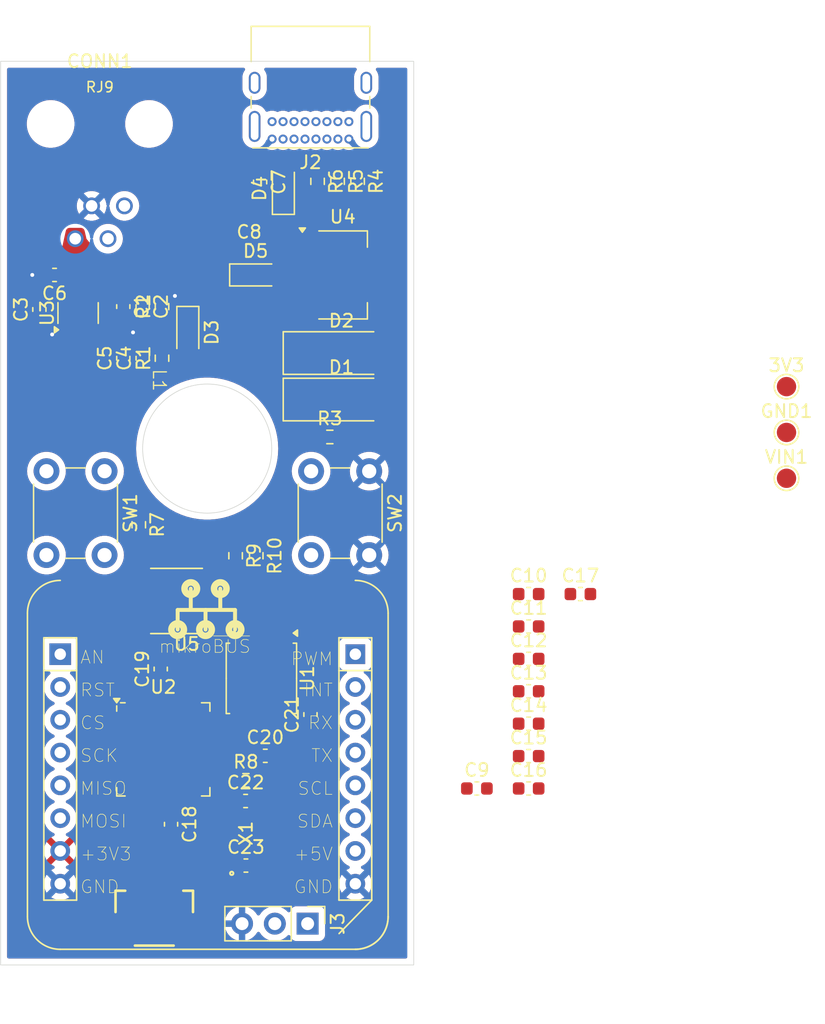
<source format=kicad_pcb>
(kicad_pcb (version 20240108) (generator "pcbnew") (generator_version "8.0")
  (layers (0 "F.Cu" signal) (31 "B.Cu" signal) (34 "B.Paste" user) (35 "F.Paste" user) (36 "B.SilkS" user "B.Silkscreen") (37 "F.SilkS" user "F.Silkscreen") (38 "B.Mask" user) (39 "F.Mask" user) (44 "Edge.Cuts" user))
  (net 0 "")
  (net 1 "Net-(D5-A)")
  (net 2 "GND")
  (net 3 "+12V")
  (net 4 "Net-(D4-A)")
  (net 5 "/RJ9_DB")
  (net 6 "/RJ9_DA")
  (net 7 "+5V")
  (net 8 "Net-(D3-A)")
  (net 9 "+3.3V")
  (net 10 "/USB_D+")
  (net 11 "Net-(J2-CC1)")
  (net 13 "/USB_D-")
  (net 14 "Net-(J2-CC2)")
  (net 15 "Net-(J2-SHIELD)")
  (net 17 "Net-(U1-IO3)")
  (net 18 "/QSPI_SCLK")
  (net 19 "Net-(U1-IO2)")
  (net 20 "Net-(U1-~{CS})")
  (net 21 "Net-(U1-DI(IO0))")
  (net 22 "Net-(U1-DO(IO1))")
  (net 23 "/MKBUS_SDA")
  (net 25 "/MKBUS_PWM")
  (net 26 "/RS485_TX")
  (net 28 "Net-(J3-Pin_2)")
  (net 29 "Net-(U2-VREG_VOUT)")
  (net 30 "/MKBUS_RST")
  (net 31 "/MKBUS_AN")
  (net 33 "/QWIIC_SDA")
  (net 34 "Net-(U2-XIN)")
  (net 37 "/MKBUS_SCL")
  (net 38 "/RS485_RX")
  (net 39 "Net-(U2-QSPI_SS)")
  (net 40 "Net-(U2-XOUT)")
  (net 42 "Net-(U2-USB_DM)")
  (net 45 "Net-(U2-USB_DP)")
  (net 48 "/MKBUS_MISO")
  (net 49 "/MKBUS_SCK")
  (net 50 "/MKBUS_CS")
  (net 51 "/QWIIC_SCL")
  (net 54 "/MKBUS_INT")
  (net 55 "/MKBUS_MOSI")
  (net 60 "/MKBUS_TX")
  (net 61 "/MKBUS_RX")
  (net 62 "Net-(U2-RUN)")
  (net 63 "Net-(U3-VBST)")
  (net 64 "Net-(U3-VFB)")
  (net 65 "Net-(U3-SW)")
  (net 66 "Net-(C22-Pad2)")
  (net 69 "Net-(R7-Pad1)")
  (net 70 "/RS485_MODE")
  (footprint "Capacitor_SMD:C_0603_1608Metric" (layer "F.Cu") (at 174.4 93.78)
    (property "Reference" "C11" (at 0 -1.43 0) (layer "F.SilkS"))
    (property "Value" "100nF")
    (pad "1" smd roundrect (at -0.775 0) (size 0.9 0.95) (layers "F.Cu" "F.Paste" "F.Mask") (net 9 "+3.3V"))
    (pad "2" smd roundrect (at 0.775 0) (size 0.9 0.95) (layers "F.Cu" "F.Paste" "F.Mask") (net 2 "GND"))
  )
  (footprint "Package_TO_SOT_SMD:SOT-223-3_TabPin2" (layer "F.Cu") (at 160 66.55)
    (property "Reference" "U4" (at 0 -4.5 360) (layer "F.SilkS"))
    (property "Value" "NCP1117-3.3_SOT223")
    (pad "1" smd roundrect (at -3.15 -2.3) (size 2 1.5) (layers "F.Cu" "F.Paste" "F.Mask") (net 2 "GND"))
    (pad "2" smd roundrect (at -3.15 0) (size 2 1.5) (layers "F.Cu" "F.Paste" "F.Mask") (net 1 "Net-(D5-A)"))
    (pad "2" smd roundrect (at 3.15 0) (size 2 3.8) (layers "F.Cu" "F.Paste" "F.Mask") (net 1 "Net-(D5-A)"))
    (pad "3" smd roundrect (at -3.15 2.3) (size 2 1.5) (layers "F.Cu" "F.Paste" "F.Mask") (net 7 "+5V"))
  )
  (footprint "pcb:RJ9_Jack" (layer "F.Cu") (at 141.182314 56.000455 180)
    (property "Reference" "CONN1" (at 0 6 0) (layer "F.SilkS"))
    (property "Value" "RJ9" (at 0 4 0) (layer "F.SilkS") (effects (font (size 0.8 0.8) (thickness 0.12))))
    (pad "" np_thru_hole circle (at -3.81 1.15) (size 3.2 3.2) (drill 3.2) (layers "*.Cu" "*.Mask"))
    (pad "" np_thru_hole circle (at 3.81 1.15) (size 3.2 3.2) (drill 3.2) (layers "*.Cu" "*.Mask"))
    (pad "1" thru_hole circle (at -1.905 -5.2) (size 1.3 1.3) (drill 0.9) (layers "*.Cu" "*.Mask") (net 6 "/RJ9_DA"))
    (pad "2" thru_hole circle (at -0.635 -7.74) (size 1.3 1.3) (drill 0.9) (layers "*.Cu" "*.Mask") (net 5 "/RJ9_DB"))
    (pad "3" thru_hole circle (at 0.635 -5.2) (size 1.3 1.3) (drill 0.9) (layers "*.Cu" "*.Mask") (net 2 "GND"))
    (pad "4" thru_hole circle (at 1.905 -7.74) (size 1.3 1.3) (drill 0.9) (layers "*.Cu" "*.Mask") (net 3 "+12V"))
  )
  (footprint "Capacitor_SMD:C_0603_1608Metric" (layer "F.Cu") (at 152.5 112.300001)
    (property "Reference" "C23" (at 0 -1.43 0) (layer "F.SilkS"))
    (property "Value" "15pF")
    (pad "1" smd roundrect (at -0.775 0) (size 0.9 0.95) (layers "F.Cu" "F.Paste" "F.Mask") (net 34 "Net-(U2-XIN)"))
    (pad "2" smd roundrect (at 0.775 0) (size 0.9 0.95) (layers "F.Cu" "F.Paste" "F.Mask") (net 2 "GND"))
  )
  (footprint "Capacitor_SMD:C_0603_1608Metric" (layer "F.Cu") (at 174.4 96.29)
    (property "Reference" "C12" (at 0 -1.43 0) (layer "F.SilkS"))
    (property "Value" "100nF")
    (pad "1" smd roundrect (at -0.775 0) (size 0.9 0.95) (layers "F.Cu" "F.Paste" "F.Mask") (net 9 "+3.3V"))
    (pad "2" smd roundrect (at 0.775 0) (size 0.9 0.95) (layers "F.Cu" "F.Paste" "F.Mask") (net 2 "GND"))
  )
  (footprint "TestPoint:TestPoint_Pad_D1.5mm" (layer "F.Cu") (at 194.375 78.75)
    (property "Reference" "GND1" (at 0 -1.648 0) (layer "F.SilkS"))
    (property "Value" "TP_GND")
    (pad "1" smd circle (at 0 0) (size 1.5 1.5) (layers "F.Cu" "F.Mask") (net 2 "GND"))
  )
  (footprint "Diode_SMD:D_SOD-323_HandSoldering" (layer "F.Cu") (at 155.4 59.85 90)
    (property "Reference" "D4" (at 0 -1.85 90) (layer "F.SilkS"))
    (property "Value" "D_Schottky")
    (pad "1" smd roundrect (at -1.25 0 90) (size 1 1) (layers "F.Cu" "F.Paste" "F.Mask") (net 7 "+5V"))
    (pad "2" smd roundrect (at 1.25 0 90) (size 1 1) (layers "F.Cu" "F.Paste" "F.Mask") (net 4 "Net-(D4-A)"))
  )
  (footprint "Capacitor_SMD:C_0603_1608Metric" (layer "F.Cu") (at 144.5 73 90)
    (property "Reference" "C4" (at 0 -1.43 90) (layer "F.SilkS"))
    (property "Value" "22uF")
    (pad "1" smd roundrect (at -0.775 0 90) (size 0.9 0.95) (layers "F.Cu" "F.Paste" "F.Mask") (net 8 "Net-(D3-A)"))
    (pad "2" smd roundrect (at 0.775 0 90) (size 0.9 0.95) (layers "F.Cu" "F.Paste" "F.Mask") (net 2 "GND"))
  )
  (footprint "Capacitor_SMD:C_0603_1608Metric" (layer "F.Cu") (at 146.7 109.1 -90)
    (property "Reference" "C18" (at 0 -1.43 90) (layer "F.SilkS"))
    (property "Value" "100nF")
    (pad "1" smd roundrect (at -0.775 0 270) (size 0.9 0.95) (layers "F.Cu" "F.Paste" "F.Mask") (net 29 "Net-(U2-VREG_VOUT)"))
    (pad "2" smd roundrect (at 0.775 0 270) (size 0.9 0.95) (layers "F.Cu" "F.Paste" "F.Mask") (net 2 "GND"))
  )
  (footprint "Capacitor_SMD:C_0603_1608Metric" (layer "F.Cu") (at 154 103.8)
    (property "Reference" "C20" (at 0 -1.43 0) (layer "F.SilkS"))
    (property "Value" "1uF")
    (pad "1" smd roundrect (at -0.775 0) (size 0.9 0.95) (layers "F.Cu" "F.Paste" "F.Mask") (net 29 "Net-(U2-VREG_VOUT)"))
    (pad "2" smd roundrect (at 0.775 0) (size 0.9 0.95) (layers "F.Cu" "F.Paste" "F.Mask") (net 2 "GND"))
  )
  (footprint "Package_TO_SOT_SMD:SOT-23-6" (layer "F.Cu") (at 139.5 69.5 90)
    (property "Reference" "U3" (at 0 -2.4 90) (layer "F.SilkS"))
    (property "Value" "TPS563200")
    (pad "1" smd roundrect (at -1.1375 -0.95 90) (size 1.325 0.6) (layers "F.Cu" "F.Paste" "F.Mask") (net 2 "GND"))
    (pad "2" smd roundrect (at -1.1375 0 90) (size 1.325 0.6) (layers "F.Cu" "F.Paste" "F.Mask") (net 65 "Net-(U3-SW)"))
    (pad "3" smd roundrect (at -1.1375 0.95 90) (size 1.325 0.6) (layers "F.Cu" "F.Paste" "F.Mask") (net 3 "+12V"))
    (pad "4" smd roundrect (at 1.1375 0.95 90) (size 1.325 0.6) (layers "F.Cu" "F.Paste" "F.Mask") (net 64 "Net-(U3-VFB)"))
    (pad "5" smd roundrect (at 1.1375 0 90) (size 1.325 0.6) (layers "F.Cu" "F.Paste" "F.Mask") (net 3 "+12V"))
    (pad "6" smd roundrect (at 1.1375 -0.95 90) (size 1.325 0.6) (layers "F.Cu" "F.Paste" "F.Mask") (net 63 "Net-(U3-VBST)"))
  )
  (footprint "Resistor_SMD:R_0603_1608Metric" (layer "F.Cu") (at 153.3 88.3 -90)
    (property "Reference" "R10" (at 0 -1.43 90) (layer "F.SilkS"))
    (property "Value" "27.4")
    (pad "1" smd roundrect (at -0.825 0 270) (size 0.8 0.95) (layers "F.Cu" "F.Paste" "F.Mask") (net 13 "/USB_D-"))
    (pad "2" smd roundrect (at 0.825 0 270) (size 0.8 0.95) (layers "F.Cu" "F.Paste" "F.Mask") (net 42 "Net-(U2-USB_DM)"))
  )
  (footprint "mikroBUS:MIKROBUS_HOST_CONN" (layer "F.Cu") (at 138.115578 95.9275)
    (property "Reference" "CON1" (hide yes))
    (property "Value" "MIKROBUS_HOST_CONN" (hide yes))
    (fp_text user "TX" (at 20.283248 7.855 0) (layer "F.SilkS") (effects (font (thickness 0.05))))
    (fp_text user "SCK" (at 3.01619 7.855 0) (layer "F.SilkS") (effects (font (thickness 0.05))))
    (fp_text user "+5V" (at 19.616581 15.475 0) (layer "F.SilkS") (effects (font (thickness 0.05))))
    (fp_text user "RX" (at 20.1642 5.315 0) (layer "F.SilkS") (effects (font (thickness 0.05))))
    (fp_text user "SCL" (at 19.759438 10.395 0) (layer "F.SilkS") (effects (font (thickness 0.05))))
    (fp_text user "+3V3" (at 3.54 15.475 0) (layer "F.SilkS") (effects (font (thickness 0.05))))
    (fp_text user "MISO" (at 3.349524 10.395 0) (layer "F.SilkS") (effects (font (thickness 0.05))))
    (fp_text user "GND" (at 19.616581 18.015 0) (layer "F.SilkS") (effects (font (thickness 0.05))))
    (fp_text user "AN" (at 2.492381 0.235 0) (layer "F.SilkS") (effects (font (thickness 0.05))))
    (fp_text user "PWM" (at 19.497534 0.362 0) (layer "F.SilkS") (effects (font (thickness 0.05))))
    (fp_text user "RST" (at 2.897143 2.775 0) (layer "F.SilkS") (effects (font (thickness 0.05))))
    (fp_text user "MOSI" (at 3.349524 12.935 0) (layer "F.SilkS") (effects (font (thickness 0.05))))
    (fp_text user "INT" (at 19.997534 2.775 0) (layer "F.SilkS") (effects (font (thickness 0.05))))
    (fp_text user "mikro~{BUS}" (at 11.2 -0.6 0) (layer "F.SilkS") (effects (font (thickness 0.05))))
    (fp_text user "GND" (at 3.063809 18.015 0) (layer "F.SilkS") (effects (font (thickness 0.05))))
    (fp_text user "CS" (at 2.51619 5.315 0) (layer "F.SilkS") (effects (font (thickness 0.05))))
    (fp_text user "SDA" (at 19.735629 12.935 0) (layer "F.SilkS") (effects (font (thickness 0.05))))
    (pad "P1" thru_hole rect (at 0 0) (size 1.6764 1.6764) (drill 0.889) (layers "*.Cu" "*.Mask") (net 31 "/MKBUS_AN"))
    (pad "P2" thru_hole circle (at 0 2.54) (size 1.524 1.524) (drill 0.889) (layers "*.Cu" "*.Mask") (net 30 "/MKBUS_RST"))
    (pad "P3" thru_hole circle (at 0 5.08) (size 1.524 1.524) (drill 0.889) (layers "*.Cu" "*.Mask") (net 50 "/MKBUS_CS"))
    (pad "P4" thru_hole circle (at 0 7.62) (size 1.524 1.524) (drill 0.889) (layers "*.Cu" "*.Mask") (net 49 "/MKBUS_SCK"))
    (pad "P5" thru_hole circle (at 0 10.16) (size 1.524 1.524) (drill 0.889) (layers "*.Cu" "*.Mask") (net 48 "/MKBUS_MISO"))
    (pad "P6" thru_hole circle (at 0 12.7) (size 1.524 1.524) (drill 0.889) (layers "*.Cu" "*.Mask") (net 55 "/MKBUS_MOSI"))
    (pad "P7" thru_hole circle (at 0 15.24) (size 1.524 1.524) (drill 0.889) (layers "*.Cu" "*.Mask") (net 9 "+3.3V"))
    (pad "P8" thru_hole circle (at 0 17.78) (size 1.524 1.524) (drill 0.889) (layers "*.Cu" "*.Mask") (net 2 "GND"))
    (pad "P9" thru_hole circle (at 22.86 17.78) (size 1.524 1.524) (drill 0.889) (layers "*.Cu" "*.Mask") (net 2 "GND"))
    (pad "P10" thru_hole circle (at 22.86 15.24) (size 1.524 1.524) (drill 0.889) (layers "*.Cu" "*.Mask") (net 7 "+5V"))
    (pad "P11" thru_hole circle (at 22.86 12.7) (size 1.524 1.524) (drill 0.889) (layers "*.Cu" "*.Mask") (net 23 "/MKBUS_SDA"))
    (pad "P12" thru_hole circle (at 22.86 10.16) (size 1.524 1.524) (drill 0.889) (layers "*.Cu" "*.Mask") (net 37 "/MKBUS_SCL"))
    (pad "P13" thru_hole circle (at 22.86 7.62) (size 1.524 1.524) (drill 0.889) (layers "*.Cu" "*.Mask") (net 60 "/MKBUS_TX"))
    (pad "P14" thru_hole circle (at 22.86 5.08) (size 1.524 1.524) (drill 0.889) (layers "*.Cu" "*.Mask") (net 61 "/MKBUS_RX"))
    (pad "P15" thru_hole circle (at 22.86 2.54) (size 1.524 1.524) (drill 0.889) (layers "*.Cu" "*.Mask") (net 54 "/MKBUS_INT"))
    (pad "P16" thru_hole rect (at 22.86 0) (size 1.524 1.524) (drill 0.889) (layers "*.Cu" "*.Mask") (net 25 "/MKBUS_PWM"))
  )
  (footprint "Capacitor_SMD:C_0603_1608Metric" (layer "F.Cu") (at 136.5 69.225 90)
    (property "Reference" "C3" (at 0 -1.43 90) (layer "F.SilkS"))
    (property "Value" "100nF")
    (pad "1" smd roundrect (at -0.775 0 90) (size 0.9 0.95) (layers "F.Cu" "F.Paste" "F.Mask") (net 65 "Net-(U3-SW)"))
    (pad "2" smd roundrect (at 0.775 0 90) (size 0.9 0.95) (layers "F.Cu" "F.Paste" "F.Mask") (net 63 "Net-(U3-VBST)"))
  )
  (footprint "Capacitor_SMD:C_0603_1608Metric" (layer "F.Cu") (at 153.6 59.35 -90)
    (property "Reference" "C7" (at 0 -1.43 90) (layer "F.SilkS"))
    (property "Value" "10uF")
    (pad "1" smd roundrect (at -0.775 0 270) (size 0.9 0.95) (layers "F.Cu" "F.Paste" "F.Mask") (net 4 "Net-(D4-A)"))
    (pad "2" smd roundrect (at 0.775 0 270) (size 0.9 0.95) (layers "F.Cu" "F.Paste" "F.Mask") (net 2 "GND"))
  )
  (footprint "Resistor_SMD:R_0603_1608Metric" (layer "F.Cu") (at 152.5 105.7)
    (property "Reference" "R8" (at 0 -1.43 0) (layer "F.SilkS"))
    (property "Value" "1k")
    (pad "1" smd roundrect (at -0.825 0) (size 0.8 0.95) (layers "F.Cu" "F.Paste" "F.Mask") (net 40 "Net-(U2-XOUT)"))
    (pad "2" smd roundrect (at 0.825 0) (size 0.8 0.95) (layers "F.Cu" "F.Paste" "F.Mask") (net 66 "Net-(C22-Pad2)"))
  )
  (footprint "pcb:ABM8-272-T3_ABR" (layer "F.Cu") (at 152.5 109.8 90)
    (property "Reference" "X1" (at 0 0 90) (layer "F.SilkS"))
    (property "Value" "ABM8-272-T3")
    (pad "1" smd rect (at -0.800001 -1.1 90) (size 1.1 1.4) (layers "F.Cu" "F.Paste" "F.Mask") (net 34 "Net-(U2-XIN)"))
    (pad "2" smd rect (at -0.800001 1.1 90) (size 1.1 1.4) (layers "F.Cu" "F.Paste" "F.Mask") (net 2 "GND"))
    (pad "3" smd rect (at 0.800001 1.1 90) (size 1.1 1.4) (layers "F.Cu" "F.Paste" "F.Mask") (net 66 "Net-(C22-Pad2)"))
    (pad "4" smd rect (at 0.800001 -1.1 90) (size 1.1 1.4) (layers "F.Cu" "F.Paste" "F.Mask") (net 2 "GND"))
  )
  (footprint "TestPoint:TestPoint_Pad_D1.5mm" (layer "F.Cu") (at 194.375 82.3)
    (property "Reference" "VIN1" (at 0 -1.648 0) (layer "F.SilkS"))
    (property "Value" "TP_12V")
    (pad "1" smd circle (at 0 0) (size 1.5 1.5) (layers "F.Cu" "F.Mask") (net 3 "+12V"))
  )
  (footprint "Resistor_SMD:R_0603_1608Metric" (layer "F.Cu") (at 146 69 90)
    (property "Reference" "R2" (at 0 -1.43 90) (layer "F.SilkS"))
    (property "Value" "10k")
    (pad "1" smd roundrect (at -0.825 0 90) (size 0.8 0.95) (layers "F.Cu" "F.Paste" "F.Mask") (net 64 "Net-(U3-VFB)"))
    (pad "2" smd roundrect (at 0.825 0 90) (size 0.8 0.95) (layers "F.Cu" "F.Paste" "F.Mask") (net 2 "GND"))
  )
  (footprint "Capacitor_SMD:C_0603_1608Metric" (layer "F.Cu") (at 157.5 100.6 90)
    (property "Reference" "C21" (at 0 -1.43 90) (layer "F.SilkS"))
    (property "Value" "100nF")
    (pad "1" smd roundrect (at -0.775 0 90) (size 0.9 0.95) (layers "F.Cu" "F.Paste" "F.Mask") (net 9 "+3.3V"))
    (pad "2" smd roundrect (at 0.775 0 90) (size 0.9 0.95) (layers "F.Cu" "F.Paste" "F.Mask") (net 2 "GND"))
  )
  (footprint "Diode_SMD:D_SMA_Handsoldering" (layer "F.Cu") (at 159.9 76.2)
    (property "Reference" "D1" (at 0 -2.5 360) (layer "F.SilkS"))
    (property "Value" "D_TVS")
    (pad "1" smd roundrect (at -2.5 0) (size 3.5 1.8) (layers "F.Cu" "F.Paste" "F.Mask") (roundrect_rratio 0.1388888889) (net 5 "/RJ9_DB"))
    (pad "2" smd roundrect (at 2.5 0) (size 3.5 1.8) (layers "F.Cu" "F.Paste" "F.Mask") (roundrect_rratio 0.1388888889) (net 2 "GND"))
  )
  (footprint "TestPoint:TestPoint_Pad_D1.5mm" (layer "F.Cu") (at 194.375 75.2)
    (property "Reference" "3V3" (at 0 -1.648 0) (layer "F.SilkS"))
    (property "Value" "TP_3.3V")
    (pad "1" smd circle (at 0 0) (size 1.5 1.5) (layers "F.Cu" "F.Mask") (net 1 "Net-(D5-A)"))
  )
  (footprint "Button_Switch_THT:SW_PUSH_6mm_H13mm" (layer "F.Cu") (at 162.05 81.75 -90)
    (property "Reference" "SW2" (at 3.25 -2 90) (layer "F.SilkS"))
    (property "Value" "RESET")
    (pad "1" thru_hole circle (at 0 0) (size 2 2) (drill 1.1) (layers "*.Cu" "*.Mask") (net 2 "GND"))
    (pad "1" thru_hole circle (at 6.5 0) (size 2 2) (drill 1.1) (layers "*.Cu" "*.Mask") (net 2 "GND"))
    (pad "2" thru_hole circle (at 0 4.5) (size 2 2) (drill 1.1) (layers "*.Cu" "*.Mask") (net 62 "Net-(U2-RUN)"))
    (pad "2" thru_hole circle (at 6.5 4.5) (size 2 2) (drill 1.1) (layers "*.Cu" "*.Mask") (net 62 "Net-(U2-RUN)"))
  )
  (footprint "Resistor_SMD:R_0603_1608Metric" (layer "F.Cu") (at 144.2 85.9 -90)
    (property "Reference" "R7" (at 0 -1.43 90) (layer "F.SilkS"))
    (property "Value" "1k")
    (pad "1" smd roundrect (at -0.825 0 270) (size 0.8 0.95) (layers "F.Cu" "F.Paste" "F.Mask") (net 69 "Net-(R7-Pad1)"))
    (pad "2" smd roundrect (at 0.825 0 270) (size 0.8 0.95) (layers "F.Cu" "F.Paste" "F.Mask") (net 39 "Net-(U2-QSPI_SS)"))
  )
  (footprint "Capacitor_SMD:C_0603_1608Metric" (layer "F.Cu") (at 174.4 106.33)
    (property "Reference" "C16" (at 0 -1.43 0) (layer "F.SilkS"))
    (property "Value" "100nF")
    (pad "1" smd roundrect (at -0.775 0) (size 0.9 0.95) (layers "F.Cu" "F.Paste" "F.Mask") (net 9 "+3.3V"))
    (pad "2" smd roundrect (at 0.775 0) (size 0.9 0.95) (layers "F.Cu" "F.Paste" "F.Mask") (net 2 "GND"))
  )
  (footprint "Diode_SMD:D_SOD-323_HandSoldering" (layer "F.Cu") (at 153.25 66.55)
    (property "Reference" "D5" (at 0 -1.85 360) (layer "F.SilkS"))
    (property "Value" "D_Schottky")
    (pad "1" smd roundrect (at -1.25 0) (size 1 1) (layers "F.Cu" "F.Paste" "F.Mask") (net 9 "+3.3V"))
    (pad "2" smd roundrect (at 1.25 0) (size 1 1) (layers "F.Cu" "F.Paste" "F.Mask") (net 1 "Net-(D5-A)"))
  )
  (footprint "Capacitor_SMD:C_0603_1608Metric" (layer "F.Cu") (at 174.4 101.31)
    (property "Reference" "C14" (at 0 -1.43 0) (layer "F.SilkS"))
    (property "Value" "100nF")
    (pad "1" smd roundrect (at -0.775 0) (size 0.9 0.95) (layers "F.Cu" "F.Paste" "F.Mask") (net 9 "+3.3V"))
    (pad "2" smd roundrect (at 0.775 0) (size 0.9 0.95) (layers "F.Cu" "F.Paste" "F.Mask") (net 2 "GND"))
  )
  (footprint "Resistor_SMD:R_0603_1608Metric" (layer "F.Cu") (at 161.15 59.3 -90)
    (property "Reference" "R4" (at 0 -1.43 90) (layer "F.SilkS"))
    (property "Value" "1M")
    (pad "1" smd roundrect (at -0.825 0 270) (size 0.8 0.95) (layers "F.Cu" "F.Paste" "F.Mask") (net 15 "Net-(J2-SHIELD)"))
    (pad "2" smd roundrect (at 0.825 0 270) (size 0.8 0.95) (layers "F.Cu" "F.Paste" "F.Mask") (net 2 "GND"))
  )
  (footprint "Diode_SMD:D_SMA_Handsoldering" (layer "F.Cu") (at 159.9 72.6)
    (property "Reference" "D2" (at 0 -2.5 360) (layer "F.SilkS"))
    (property "Value" "D_TVS")
    (pad "1" smd roundrect (at -2.5 0) (size 3.5 1.8) (layers "F.Cu" "F.Paste" "F.Mask") (roundrect_rratio 0.1388888889) (net 6 "/RJ9_DA"))
    (pad "2" smd roundrect (at 2.5 0) (size 3.5 1.8) (layers "F.Cu" "F.Paste" "F.Mask") (roundrect_rratio 0.1388888889) (net 2 "GND"))
  )
  (footprint "Connector_PinHeader_2.54mm:PinHeader_1x03_P2.54mm_Vertical" (layer "F.Cu") (at 157.28 116.8 -90)
    (property "Reference" "J3" (at 0 -2.33 90) (layer "F.SilkS"))
    (property "Value" "JST-SM-M-WS2812")
    (pad "1" thru_hole rect (at 0 0 270) (size 1.7 1.7) (drill 1) (layers "*.Cu" "*.Mask") (net 7 "+5V"))
    (pad "2" thru_hole oval (at 0 2.54 270) (size 1.7 1.7) (drill 1) (layers "*.Cu" "*.Mask") (net 28 "Net-(J3-Pin_2)"))
    (pad "3" thru_hole oval (at 0 5.08 270) (size 1.7 1.7) (drill 1) (layers "*.Cu" "*.Mask") (net 2 "GND"))
  )
  (footprint "Resistor_SMD:R_0603_1608Metric" (layer "F.Cu") (at 146 73 90)
    (property "Reference" "R1" (at 0 -1.43 90) (layer "F.SilkS"))
    (property "Value" "56.2k")
    (pad "1" smd roundrect (at -0.825 0 90) (size 0.8 0.95) (layers "F.Cu" "F.Paste" "F.Mask") (net 8 "Net-(D3-A)"))
    (pad "2" smd roundrect (at 0.825 0 90) (size 0.8 0.95) (layers "F.Cu" "F.Paste" "F.Mask") (net 64 "Net-(U3-VFB)"))
  )
  (footprint "Capacitor_SMD:C_0603_1608Metric" (layer "F.Cu") (at 174.4 103.82)
    (property "Reference" "C15" (at 0 -1.43 0) (layer "F.SilkS"))
    (property "Value" "1uF")
    (pad "1" smd roundrect (at -0.775 0) (size 0.9 0.95) (layers "F.Cu" "F.Paste" "F.Mask") (net 9 "+3.3V"))
    (pad "2" smd roundrect (at 0.775 0) (size 0.9 0.95) (layers "F.Cu" "F.Paste" "F.Mask") (net 2 "GND"))
  )
  (footprint "Capacitor_SMD:C_0603_1608Metric" (layer "F.Cu") (at 174.4 91.27)
    (property "Reference" "C10" (at 0 -1.43 0) (layer "F.SilkS"))
    (property "Value" "100nF")
    (pad "1" smd roundrect (at -0.775 0) (size 0.9 0.95) (layers "F.Cu" "F.Paste" "F.Mask") (net 9 "+3.3V"))
    (pad "2" smd roundrect (at 0.775 0) (size 0.9 0.95) (layers "F.Cu" "F.Paste" "F.Mask") (net 2 "GND"))
  )
  (footprint "Resistor_SMD:R_0603_1608Metric" (layer "F.Cu") (at 159 79.1)
    (property "Reference" "R3" (at 0 -1.43 360) (layer "F.SilkS"))
    (property "Value" "120")
    (pad "1" smd roundrect (at -0.825 0) (size 0.8 0.95) (layers "F.Cu" "F.Paste" "F.Mask") (net 5 "/RJ9_DB"))
    (pad "2" smd roundrect (at 0.825 0) (size 0.8 0.95) (layers "F.Cu" "F.Paste" "F.Mask") (net 6 "/RJ9_DA"))
  )
  (footprint "Capacitor_SMD:C_0603_1608Metric" (layer "F.Cu") (at 144.5 69 -90)
    (property "Reference" "C2" (at 0 -1.43 90) (layer "F.SilkS"))
    (property "Value" "10uF")
    (pad "1" smd roundrect (at -0.775 0 270) (size 0.9 0.95) (layers "F.Cu" "F.Paste" "F.Mask") (net 3 "+12V"))
    (pad "2" smd roundrect (at 0.775 0 270) (size 0.9 0.95) (layers "F.Cu" "F.Paste" "F.Mask") (net 2 "GND"))
  )
  (footprint "Capacitor_SMD:C_0603_1608Metric" (layer "F.Cu") (at 152.475 107.300001)
    (property "Reference" "C22" (at 0 -1.43 0) (layer "F.SilkS"))
    (property "Value" "15pF")
    (pad "1" smd roundrect (at -0.775 0) (size 0.9 0.95) (layers "F.Cu" "F.Paste" "F.Mask") (net 2 "GND"))
    (pad "2" smd roundrect (at 0.775 0) (size 0.9 0.95) (layers "F.Cu" "F.Paste" "F.Mask") (net 66 "Net-(C22-Pad2)"))
  )
  (footprint "Capacitor_SMD:C_0603_1608Metric" (layer "F.Cu") (at 143 69 -90)
    (property "Reference" "C1" (at 0 -1.43 90) (layer "F.SilkS"))
    (property "Value" "10uF")
    (pad "1" smd roundrect (at -0.775 0 270) (size 0.9 0.95) (layers "F.Cu" "F.Paste" "F.Mask") (net 3 "+12V"))
    (pad "2" smd roundrect (at 0.775 0 270) (size 0.9 0.95) (layers "F.Cu" "F.Paste" "F.Mask") (net 2 "GND"))
  )
  (footprint "Capacitor_SMD:C_0603_1608Metric" (layer "F.Cu") (at 137.675 66.55 180)
    (property "Reference" "C6" (at 0 -1.43 360) (layer "F.SilkS"))
    (property "Value" "10uF")
    (pad "1" smd roundrect (at -0.775 0 180) (size 0.9 0.95) (layers "F.Cu" "F.Paste" "F.Mask") (net 3 "+12V"))
    (pad "2" smd roundrect (at 0.775 0 180) (size 0.9 0.95) (layers "F.Cu" "F.Paste" "F.Mask") (net 2 "GND"))
  )
  (footprint "Diode_SMD:D_SOD-323_HandSoldering" (layer "F.Cu") (at 148 71 -90)
    (property "Reference" "D3" (at 0 -1.85 90) (layer "F.SilkS"))
    (property "Value" "D_Schottky")
    (pad "1" smd roundrect (at -1.25 0 270) (size 1 1) (layers "F.Cu" "F.Paste" "F.Mask") (net 7 "+5V"))
    (pad "2" smd roundrect (at 1.25 0 270) (size 1 1) (layers "F.Cu" "F.Paste" "F.Mask") (net 8 "Net-(D3-A)"))
  )
  (footprint "Connector_USB:USB_C_Receptacle_GCT_USB4085" (layer "F.Cu") (at 160.475 56.025 180)
    (property "Reference" "J2" (at 2.975 -1.8 0) (layer "F.SilkS"))
    (property "Value" "USB_C_Receptacle_USB2.0")
    (pad "A1" thru_hole circle (at 0 0 180) (size 0.7 0.7) (drill 0.4) (layers "*.Cu" "*.Mask") (net 2 "GND"))
    (pad "A4" thru_hole circle (at 0.85 0 180) (size 0.7 0.7) (drill 0.4) (layers "*.Cu" "*.Mask") (net 4 "Net-(D4-A)"))
    (pad "A5" thru_hole circle (at 1.7 0 180) (size 0.7 0.7) (drill 0.4) (layers "*.Cu" "*.Mask") (net 11 "Net-(J2-CC1)"))
    (pad "A6" thru_hole circle (at 2.55 0 180) (size 0.7 0.7) (drill 0.4) (layers "*.Cu" "*.Mask") (net 10 "/USB_D+"))
    (pad "A7" thru_hole circle (at 3.4 0 180) (size 0.7 0.7) (drill 0.4) (layers "*.Cu" "*.Mask") (net 13 "/USB_D-"))
    (pad "A8" thru_hole circle (at 4.25 0 180) (size 0.7 0.7) (drill 0.4) (layers "*.Cu" "*.Mask"))
    (pad "A9" thru_hole circle (at 5.1 0 180) (size 0.7 0.7) (drill 0.4) (layers "*.Cu" "*.Mask") (net 4 "Net-(D4-A)"))
    (pad "A12" thru_hole circle (at 5.95 0 180) (size 0.7 0.7) (drill 0.4) (layers "*.Cu" "*.Mask") (net 2 "GND"))
    (pad "B1" thru_hole circle (at 5.95 1.35 180) (size 0.7 0.7) (drill 0.4) (layers "*.Cu" "*.Mask") (net 2 "GND"))
    (pad "B4" thru_hole circle (at 5.1 1.35 180) (size 0.7 0.7) (drill 0.4) (layers "*.Cu" "*.Mask") (net 4 "Net-(D4-A)"))
    (pad "B5" thru_hole circle (at 4.25 1.35 180) (size 0.7 0.7) (drill 0.4) (layers "*.Cu" "*.Mask") (net 14 "Net-(J2-CC2)"))
    (pad "B6" thru_hole circle (at 3.4 1.35 180) (size 0.7 0.7) (drill 0.4) (layers "*.Cu" "*.Mask") (net 10 "/USB_D+"))
    (pad "B7" thru_hole circle (at 2.55 1.35 180) (size 0.7 0.7) (drill 0.4) (layers "*.Cu" "*.Mask") (net 13 "/USB_D-"))
    (pad "B8" thru_hole circle (at 1.7 1.35 180) (size 0.7 0.7) (drill 0.4) (layers "*.Cu" "*.Mask"))
    (pad "B9" thru_hole circle (at 0.85 1.35 180) (size 0.7 0.7) (drill 0.4) (layers "*.Cu" "*.Mask") (net 4 "Net-(D4-A)"))
    (pad "B12" thru_hole circle (at 0 1.35 180) (size 0.7 0.7) (drill 0.4) (layers "*.Cu" "*.Mask") (net 2 "GND"))
    (pad "S1" thru_hole oval (at -1.35 0.98 180) (size 0.9 2.4) (drill oval 0.6 2.1) (layers "*.Cu" "*.Mask") (net 15 "Net-(J2-SHIELD)"))
    (pad "S1" thru_hole oval (at -1.35 4.36 180) (size 0.9 1.7) (drill oval 0.6 1.4) (layers "*.Cu" "*.Mask") (net 15 "Net-(J2-SHIELD)"))
    (pad "S1" thru_hole oval (at 7.3 0.98 180) (size 0.9 2.4) (drill oval 0.6 2.1) (layers "*.Cu" "*.Mask") (net 15 "Net-(J2-SHIELD)"))
    (pad "S1" thru_hole oval (at 7.3 4.36 180) (size 0.9 1.7) (drill oval 0.6 1.4) (layers "*.Cu" "*.Mask") (net 15 "Net-(J2-SHIELD)"))
  )
  (footprint "SparkFun-Connector:JST_SMD_1.0mm-4_RA" (layer "F.Cu") (at 145.4 113.9)
    (property "Reference" "J1")
    (property "Value" "Qwiic_RA")
    (pad "1" smd rect (at -1.5 0) (size 0.6 1.35) (layers "F.Cu" "F.Paste" "F.Mask") (net 2 "GND"))
    (pad "2" smd rect (at -0.5 0) (size 0.6 1.35) (layers "F.Cu" "F.Paste" "F.Mask") (net 9 "+3.3V"))
    (pad "3" smd rect (at 0.5 0) (size 0.6 1.35) (layers "F.Cu" "F.Paste" "F.Mask") (net 33 "/QWIIC_SDA"))
    (pad "4" smd rect (at 1.5 0) (size 0.6 1.35) (layers "F.Cu" "F.Paste" "F.Mask") (net 51 "/QWIIC_SCL"))
    (pad "NC1" smd rect (at 2.8 3.675) (size 1.2 2) (layers "F.Cu" "F.Paste" "F.Mask"))
    (pad "NC2" smd rect (at -2.8 3.675) (size 1.2 2) (layers "F.Cu" "F.Paste" "F.Mask"))
  )
  (footprint "Capacitor_SMD:C_0603_1608Metric" (layer "F.Cu") (at 170.39 106.33)
    (property "Reference" "C9" (at 0 -1.43 0) (layer "F.SilkS"))
    (property "Value" "100nF")
    (pad "1" smd roundrect (at -0.775 0) (size 0.9 0.95) (layers "F.Cu" "F.Paste" "F.Mask") (net 9 "+3.3V"))
    (pad "2" smd roundrect (at 0.775 0) (size 0.9 0.95) (layers "F.Cu" "F.Paste" "F.Mask") (net 2 "GND"))
  )
  (footprint "Package_DFN_QFN:QFN-56-1EP_7x7mm_P0.4mm_EP3.2x3.2mm" (layer "F.Cu") (at 146.1 103.3)
    (property "Reference" "U2" (at 0 -4.83 0) (layer "F.SilkS"))
    (property "Value" "RP2040")
    (pad "1" smd roundrect (at -3.4375 -2.6) (size 0.875 0.2) (layers "F.Cu" "F.Paste" "F.Mask") (net 9 "+3.3V"))
    (pad "2" smd roundrect (at -3.4375 -2.2) (size 0.875 0.2) (layers "F.Cu" "F.Paste" "F.Mask") (net 26 "/RS485_TX"))
    (pad "3" smd roundrect (at -3.4375 -1.8) (size 0.875 0.2) (layers "F.Cu" "F.Paste" "F.Mask") (net 38 "/RS485_RX"))
    (pad "4" smd roundrect (at -3.4375 -1.4) (size 0.875 0.2) (layers "F.Cu" "F.Paste" "F.Mask") (net 33 "/QWIIC_SDA"))
    (pad "5" smd roundrect (at -3.4375 -1) (size 0.875 0.2) (layers "F.Cu" "F.Paste" "F.Mask") (net 51 "/QWIIC_SCL"))
    (pad "6" smd roundrect (at -3.4375 -0.6) (size 0.875 0.2) (layers "F.Cu" "F.Paste" "F.Mask") (net 60 "/MKBUS_TX"))
    (pad "7" smd roundrect (at -3.4375 -0.2) (size 0.875 0.2) (layers "F.Cu" "F.Paste" "F.Mask") (net 61 "/MKBUS_RX"))
    (pad "8" smd roundrect (at -3.4375 0.2) (size 0.875 0.2) (layers "F.Cu" "F.Paste" "F.Mask") (net 54 "/MKBUS_INT"))
    (pad "9" smd roundrect (at -3.4375 0.6) (size 0.875 0.2) (layers "F.Cu" "F.Paste" "F.Mask") (net 30 "/MKBUS_RST"))
    (pad "10" smd roundrect (at -3.4375 1) (size 0.875 0.2) (layers "F.Cu" "F.Paste" "F.Mask") (net 9 "+3.3V"))
    (pad "11" smd roundrect (at -3.4375 1.4) (size 0.875 0.2) (layers "F.Cu" "F.Paste" "F.Mask") (net 48 "/MKBUS_MISO"))
    (pad "12" smd roundrect (at -3.4375 1.8) (size 0.875 0.2) (layers "F.Cu" "F.Paste" "F.Mask") (net 50 "/MKBUS_CS"))
    (pad "13" smd roundrect (at -3.4375 2.2) (size 0.875 0.2) (layers "F.Cu" "F.Paste" "F.Mask") (net 49 "/MKBUS_SCK"))
    (pad "14" smd roundrect (at -3.4375 2.6) (size 0.875 0.2) (layers "F.Cu" "F.Paste" "F.Mask") (net 55 "/MKBUS_MOSI"))
    (pad "15" smd roundrect (at -2.6 3.4375) (size 0.2 0.875) (layers "F.Cu" "F.Paste" "F.Mask") (net 23 "/MKBUS_SDA"))
    (pad "16" smd roundrect (at -2.2 3.4375) (size 0.2 0.875) (layers "F.Cu" "F.Paste" "F.Mask") (net 37 "/MKBUS_SCL"))
    (pad "17" smd roundrect (at -1.8 3.4375) (size 0.2 0.875) (layers "F.Cu" "F.Paste" "F.Mask") (net 28 "Net-(J3-Pin_2)"))
    (pad "18" smd roundrect (at -1.4 3.4375) (size 0.2 0.875) (layers "F.Cu" "F.Paste" "F.Mask"))
    (pad "19" smd roundrect (at -1 3.4375) (size 0.2 0.875) (layers "F.Cu" "F.Paste" "F.Mask"))
    (pad "20" smd roundrect (at -0.6 3.4375) (size 0.2 0.875) (layers "F.Cu" "F.Paste" "F.Mask") (net 34 "Net-(U2-XIN)"))
    (pad "21" smd roundrect (at -0.2 3.4375) (size 0.2 0.875) (layers "F.Cu" "F.Paste" "F.Mask") (net 40 "Net-(U2-XOUT)"))
    (pad "22" smd roundrect (at 0.2 3.4375) (size 0.2 0.875) (layers "F.Cu" "F.Paste" "F.Mask") (net 9 "+3.3V"))
    (pad "23" smd roundrect (at 0.6 3.4375) (size 0.2 0.875) (layers "F.Cu" "F.Paste" "F.Mask") (net 29 "Net-(U2-VREG_VOUT)"))
    (pad "24" smd roundrect (at 1 3.4375) (size 0.2 0.875) (layers "F.Cu" "F.Paste" "F.Mask"))
    (pad "25" smd roundrect (at 1.4 3.4375) (size 0.2 0.875) (layers "F.Cu" "F.Paste" "F.Mask"))
    (pad "26" smd roundrect (at 1.8 3.4375) (size 0.2 0.875) (layers "F.Cu" "F.Paste" "F.Mask") (net 62 "Net-(U2-RUN)"))
    (pad "27" smd roundrect (at 2.2 3.4375) (size 0.2 0.875) (layers "F.Cu" "F.Paste" "F.Mask") (net 25 "/MKBUS_PWM"))
    (pad "28" smd roundrect (at 2.6 3.4375) (size 0.2 0.875) (layers "F.Cu" "F.Paste" "F.Mask"))
    (pad "29" smd roundrect (at 3.4375 2.6) (size 0.875 0.2) (layers "F.Cu" "F.Paste" "F.Mask"))
    (pad "30" smd roundrect (at 3.4375 2.2) (size 0.875 0.2) (layers "F.Cu" "F.Paste" "F.Mask"))
    (pad "31" smd roundrect (at 3.4375 1.8) (size 0.875 0.2) (layers "F.Cu" "F.Paste" "F.Mask"))
    (pad "32" smd roundrect (at 3.4375 1.4) (size 0.875 0.2) (layers "F.Cu" "F.Paste" "F.Mask"))
    (pad "33" smd roundrect (at 3.4375 1) (size 0.875 0.2) (layers "F.Cu" "F.Paste" "F.Mask") (net 9 "+3.3V"))
    (pad "34" smd roundrect (at 3.4375 0.6) (size 0.875 0.2) (layers "F.Cu" "F.Paste" "F.Mask"))
    (pad "35" smd roundrect (at 3.4375 0.2) (size 0.875 0.2) (layers "F.Cu" "F.Paste" "F.Mask"))
    (pad "36" smd roundrect (at 3.4375 -0.2) (size 0.875 0.2) (layers "F.Cu" "F.Paste" "F.Mask"))
    (pad "37" smd roundrect (at 3.4375 -0.6) (size 0.875 0.2) (layers "F.Cu" "F.Paste" "F.Mask"))
    (pad "38" smd roundrect (at 3.4375 -1) (size 0.875 0.2) (layers "F.Cu" "F.Paste" "F.Mask") (net 31 "/MKBUS_AN"))
    (pad "39" smd roundrect (at 3.4375 -1.4) (size 0.875 0.2) (layers "F.Cu" "F.Paste" "F.Mask"))
    (pad "40" smd roundrect (at 3.4375 -1.8) (size 0.875 0.2) (layers "F.Cu" "F.Paste" "F.Mask"))
    (pad "41" smd roundrect (at 3.4375 -2.2) (size 0.875 0.2) (layers "F.Cu" "F.Paste" "F.Mask"))
    (pad "42" smd roundrect (at 3.4375 -2.6) (size 0.875 0.2) (layers "F.Cu" "F.Paste" "F.Mask") (net 9 "+3.3V"))
    (pad "43" smd roundrect (at 2.6 -3.4375) (size 0.2 0.875) (layers "F.Cu" "F.Paste" "F.Mask") (net 9 "+3.3V"))
    (pad "44" smd roundrect (at 2.2 -3.4375) (size 0.2 0.875) (layers "F.Cu" "F.Paste" "F.Mask") (net 9 "+3.3V"))
    (pad "45" smd roundrect (at 1.8 -3.4375) (size 0.2 0.875) (layers "F.Cu" "F.Paste" "F.Mask") (net 29 "Net-(U2-VREG_VOUT)"))
    (pad "46" smd roundrect (at 1.4 -3.4375) (size 0.2 0.875) (layers "F.Cu" "F.Paste" "F.Mask") (net 42 "Net-(U2-USB_DM)"))
    (pad "47" smd roundrect (at 1 -3.4375) (size 0.2 0.875) (layers "F.Cu" "F.Paste" "F.Mask") (net 45 "Net-(U2-USB_DP)"))
    (pad "48" smd roundrect (at 0.6 -3.4375) (size 0.2 0.875) (layers "F.Cu" "F.Paste" "F.Mask") (net 9 "+3.3V"))
    (pad "49" smd roundrect (at 0.2 -3.4375) (size 0.2 0.875) (layers "F.Cu" "F.Paste" "F.Mask") (net 9 "+3.3V"))
    (pad "50" smd roundrect (at -0.2 -3.4375) (size 0.2 0.875) (layers "F.Cu" "F.Paste" "F.Mask") (net 29 "Net-(U2-VREG_VOUT)"))
    (pad "51" smd roundrect (at -0.6 -3.4375) (size 0.2 0.875) (layers "F.Cu" "F.Paste" "F.Mask") (net 17 "Net-(U1-IO3)"))
    (pad "52" smd roundrect (at -1 -3.4375) (size 0.2 0.875) (layers "F.Cu" "F.Paste" "F.Mask") (net 18 "/QSPI_SCLK"))
    (pad "53" smd roundrect (at -1.4 -3.4375) (size 0.2 0.875) (layers "F.Cu" "F.Paste" "F.Mask") (net 21 "Net-(U1-DI(IO0))"))
    (pad "54" smd roundrect (at -1.8 -3.4375) (size 0.2 0.875) (layers "F.Cu" "F.Paste" "F.Mask") (net 19 "Net-(U1-IO2)"))
    (pad "55" smd roundrect (at -2.2 -3.4375) (size 0.2 0.875) (layers "F.Cu" "F.Paste" "F.Mask") (net 22 "Net-(U1-DO(IO1))"))
    (pad "56" smd roundrect (at -2.6 -3.4375) (size 0.2 0.875) (layers "F.Cu" "F.Paste" "F.Mask") (net 39 "Net-(U2-QSPI_SS)"))
    (pad "57" smd rect (at 0 0) (size 3.2 3.2) (property pad_prop_heatsink) (layers "F.Cu" "F.Mask") (net 2 "GND"))
  )
  (footprint "Resistor_SMD:R_0603_1608Metric" (layer "F.Cu") (at 158.05 59.3 -90)
    (property "Reference" "R6" (at 0 -1.43 90) (layer "F.SilkS"))
    (property "Value" "5.11K")
    (pad "1" smd roundrect (at -0.825 0 270) (size 0.8 0.95) (layers "F.Cu" "F.Paste" "F.Mask") (net 14 "Net-(J2-CC2)"))
    (pad "2" smd roundrect (at 0.825 0 270) (size 0.8 0.95) (layers "F.Cu" "F.Paste" "F.Mask") (net 2 "GND"))
  )
  (footprint "pcb:BWVS00505040" (layer "F.Cu") (at 139.5 74.5 -90)
    (property "Reference" "L1" (at 0.2 -6.3 -90) (layer "F.SilkS") (effects (font (thickness 0.1))))
    (property "Value" "3.3uH")
    (pad "1" smd roundrect (at -1.8 0 270) (size 1.5 4) (layers "F.Cu" "F.Paste" "F.Mask") (net 65 "Net-(U3-SW)"))
    (pad "2" smd roundrect (at 1.8 0 270) (size 1.5 4) (layers "F.Cu" "F.Paste" "F.Mask") (net 8 "Net-(D3-A)"))
  )
  (footprint "Capacitor_SMD:C_0603_1608Metric" (layer "F.Cu") (at 152.75 64.65)
    (property "Reference" "C8" (at 0 -1.43 360) (layer "F.SilkS"))
    (property "Value" "10uF")
    (pad "1" smd roundrect (at -0.775 0) (size 0.9 0.95) (layers "F.Cu" "F.Paste" "F.Mask") (net 9 "+3.3V"))
    (pad "2" smd roundrect (at 0.775 0) (size 0.9 0.95) (layers "F.Cu" "F.Paste" "F.Mask") (net 2 "GND"))
  )
  (footprint "Capacitor_SMD:C_0603_1608Metric" (layer "F.Cu") (at 174.4 98.8)
    (property "Reference" "C13" (at 0 -1.43 0) (layer "F.SilkS"))
    (property "Value" "100nF")
    (pad "1" smd roundrect (at -0.775 0) (size 0.9 0.95) (layers "F.Cu" "F.Paste" "F.Mask") (net 9 "+3.3V"))
    (pad "2" smd roundrect (at 0.775 0) (size 0.9 0.95) (layers "F.Cu" "F.Paste" "F.Mask") (net 2 "GND"))
  )
  (footprint "Resistor_SMD:R_0603_1608Metric" (layer "F.Cu") (at 151.7 88.3 -90)
    (property "Reference" "R9" (at 0 -1.43 90) (layer "F.SilkS"))
    (property "Value" "27.4")
    (pad "1" smd roundrect (at -0.825 0 270) (size 0.8 0.95) (layers "F.Cu" "F.Paste" "F.Mask") (net 10 "/USB_D+"))
    (pad "2" smd roundrect (at 0.825 0 270) (size 0.8 0.95) (layers "F.Cu" "F.Paste" "F.Mask") (net 45 "Net-(U2-USB_DP)"))
  )
  (footprint "Capacitor_SMD:C_0603_1608Metric" (layer "F.Cu") (at 178.41 91.27)
    (property "Reference" "C17" (at 0 -1.43 0) (layer "F.SilkS"))
    (property "Value" "100nF")
    (pad "1" smd roundrect (at -0.775 0) (size 0.9 0.95) (layers "F.Cu" "F.Paste" "F.Mask") (net 9 "+3.3V"))
    (pad "2" smd roundrect (at 0.775 0) (size 0.9 0.95) (layers "F.Cu" "F.Paste" "F.Mask") (net 2 "GND"))
  )
  (footprint "Capacitor_SMD:C_0603_1608Metric" (layer "F.Cu") (at 143 73 90)
    (property "Reference" "C5" (at 0 -1.43 90) (layer "F.SilkS"))
    (property "Value" "22uF")
    (pad "1" smd roundrect (at -0.775 0 90) (size 0.9 0.95) (layers "F.Cu" "F.Paste" "F.Mask") (net 8 "Net-(D3-A)"))
    (pad "2" smd roundrect (at 0.775 0 90) (size 0.9 0.95) (layers "F.Cu" "F.Paste" "F.Mask") (net 2 "GND"))
  )
  (footprint "Button_Switch_THT:SW_PUSH_6mm_H13mm" (layer "F.Cu") (at 141.55 81.75 -90)
    (property "Reference" "SW1" (at 3.25 -2 90) (layer "F.SilkS"))
    (property "Value" "BOOTSEL")
    (pad "1" thru_hole circle (at 0 0) (size 2 2) (drill 1.1) (layers "*.Cu" "*.Mask") (net 20 "Net-(U1-~{CS})"))
    (pad "1" thru_hole circle (at 6.5 0) (size 2 2) (drill 1.1) (layers "*.Cu" "*.Mask") (net 20 "Net-(U1-~{CS})"))
    (pad "2" thru_hole circle (at 0 4.5) (size 2 2) (drill 1.1) (layers "*.Cu" "*.Mask") (net 69 "Net-(R7-Pad1)"))
    (pad "2" thru_hole circle (at 6.5 4.5) (size 2 2) (drill 1.1) (layers "*.Cu" "*.Mask") (net 69 "Net-(R7-Pad1)"))
  )
  (footprint "Resistor_SMD:R_0603_1608Metric" (layer "F.Cu") (at 159.6 59.3 -90)
    (property "Reference" "R5" (at 0 -1.43 90) (layer "F.SilkS"))
    (property "Value" "5.11K")
    (pad "1" smd roundrect (at -0.825 0 270) (size 0.8 0.95) (layers "F.Cu" "F.Paste" "F.Mask") (net 11 "Net-(J2-CC1)"))
    (pad "2" smd roundrect (at 0.825 0 270) (size 0.8 0.95) (layers "F.Cu" "F.Paste" "F.Mask") (net 2 "GND"))
  )
  (footprint "Package_SO:SOIC-8_5.23x5.23mm_P1.27mm" (layer "F.Cu") (at 153.7 97.8 -90)
    (property "Reference" "U1" (at 0 -3.56 90) (layer "F.SilkS"))
    (property "Value" "W25Q128JVS")
    (pad "1" smd roundrect (at -3.6 -1.905 270) (size 1.6 0.6) (layers "F.Cu" "F.Paste" "F.Mask") (net 20 "Net-(U1-~{CS})"))
    (pad "2" smd roundrect (at -3.6 -0.635 270) (size 1.6 0.6) (layers "F.Cu" "F.Paste" "F.Mask") (net 22 "Net-(U1-DO(IO1))"))
    (pad "3" smd roundrect (at -3.6 0.635 270) (size 1.6 0.6) (layers "F.Cu" "F.Paste" "F.Mask") (net 19 "Net-(U1-IO2)"))
    (pad "4" smd roundrect (at -3.6 1.905 270) (size 1.6 0.6) (layers "F.Cu" "F.Paste" "F.Mask") (net 2 "GND"))
    (pad "5" smd roundrect (at 3.6 1.905 270) (size 1.6 0.6) (layers "F.Cu" "F.Paste" "F.Mask") (net 21 "Net-(U1-DI(IO0))"))
    (pad "6" smd roundrect (at 3.6 0.635 270) (size 1.6 0.6) (layers "F.Cu" "F.Paste" "F.Mask") (net 18 "/QSPI_SCLK"))
    (pad "7" smd roundrect (at 3.6 -0.635 270) (size 1.6 0.6) (layers "F.Cu" "F.Paste" "F.Mask") (net 17 "Net-(U1-IO3)"))
    (pad "8" smd roundrect (at 3.6 -1.905 270) (size 1.6 0.6) (layers "F.Cu" "F.Paste" "F.Mask") (net 9 "+3.3V"))
  )
  (footprint "pcb:SOIC127P600X175-8N" (layer "F.Cu") (at 147.125 91.805 180)
    (property "Reference" "U5" (at -0.795 -3.337 360) (layer "F.SilkS"))
    (property "Value" "ADM3493ARZ")
    (pad "1" smd roundrect (at -2.475 -1.905 180) (size 1.97 0.6) (layers "F.Cu" "F.Paste" "F.Mask") (roundrect_rratio 0.07) (net 38 "/RS485_RX"))
    (pad "2" smd roundrect (at -2.475 -0.635 180) (size 1.97 0.6) (layers "F.Cu" "F.Paste" "F.Mask") (roundrect_rratio 0.07) (net 70 "/RS485_MODE"))
    (pad "3" smd roundrect (at -2.475 0.635 180) (size 1.97 0.6) (layers "F.Cu" "F.Paste" "F.Mask") (roundrect_rratio 0.07) (net 70 "/RS485_MODE"))
    (pad "4" smd roundrect (at -2.475 1.905 180) (size 1.97 0.6) (layers "F.Cu" "F.Paste" "F.Mask") (roundrect_rratio 0.07) (net 26 "/RS485_TX"))
    (pad "5" smd roundrect (at 2.475 1.905 180) (size 1.97 0.6) (layers "F.Cu" "F.Paste" "F.Mask") (roundrect_rratio 0.07) (net 2 "GND"))
    (pad "6" smd roundrect (at 2.475 0.635 180) (size 1.97 0.6) (layers "F.Cu" "F.Paste" "F.Mask") (roundrect_rratio 0.07) (net 6 "/RJ9_DA"))
    (pad "7" smd roundrect (at 2.475 -0.635 180) (size 1.97 0.6) (layers "F.Cu" "F.Paste" "F.Mask") (roundrect_rratio 0.07) (net 5 "/RJ9_DB"))
    (pad "8" smd roundrect (at 2.475 -1.905 180) (size 1.97 0.6) (layers "F.Cu" "F.Paste" "F.Mask") (roundrect_rratio 0.07) (net 9 "+3.3V"))
  )
  (footprint "Capacitor_SMD:C_0603_1608Metric" (layer "F.Cu") (at 145.9 97.075 90)
    (property "Reference" "C19" (at 0 -1.43 90) (layer "F.SilkS"))
    (property "Value" "100nF")
    (pad "1" smd roundrect (at -0.775 0 90) (size 0.9 0.95) (layers "F.Cu" "F.Paste" "F.Mask") (net 29 "Net-(U2-VREG_VOUT)"))
    (pad "2" smd roundrect (at 0.775 0 90) (size 0.9 0.95) (layers "F.Cu" "F.Paste" "F.Mask") (net 2 "GND"))
  )
  (gr_circle (center 149.5 80) (end 154.5 80) (stroke (width 0.05)) (fill none) (layer "Edge.Cuts"))
  (gr_rect (start 133.5 50) (end 165.5 120) (stroke (width 0.05)) (fill none) (layer "Edge.Cuts"))
  (segment (start 143 72.225) (end 143 72.1089) (width 0.76) (layer "F.Cu") (net 2))
  (segment (start 138.011596 70.6375) (end 138.55 70.6375) (width 0.25) (layer "F.Cu") (net 2))
  (segment (start 147 68.175) (end 146 68.175) (width 0.2) (layer "F.Cu") (net 2))
  (segment (start 136.9 66.55) (end 135.95 66.55) (width 0.2) (layer "F.Cu") (net 2))
  (segment (start 144.5 72.117106) (end 144.5 72.225) (width 0.76) (layer "F.Cu") (net 2))
  (segment (start 137.48877 71.160326) (end 138.011596 70.6375) (width 0.25) (layer "F.Cu") (net 2))
  (via (at 135.95 66.55) (size 0.6) (drill 0.3) (layers "F.Cu" "B.Cu") (net 2))
  (via (at 143.754972 71) (size 0.6) (drill 0.3) (layers "F.Cu" "B.Cu") (net 2))
  (via (at 147 68.175) (size 0.6) (drill 0.3) (layers "F.Cu" "B.Cu") (net 2))
  (via (at 137.48877 71.160326) (size 0.6) (drill 0.3) (layers "F.Cu" "B.Cu") (net 2))
  (segment (start 139.5 68.998394) (end 139.5 68.3625) (width 0.6) (layer "F.Cu") (net 3))
  (segment (start 140.45 69.948394) (end 139.5 68.998394) (width 0.6) (layer "F.Cu") (net 3))
  (segment (start 140.45 70.6375) (end 140.45 69.948394) (width 0.6) (layer "F.Cu") (net 3))
  (segment (start 153.1 94.365) (end 153.165 94.365) (width 0.2) (layer "F.Cu") (net 19))
  (segment (start 153.165 94.365) (end 153.3 94.5) (width 0.2) (layer "F.Cu") (net 19))
  (segment (start 138.4625 68.45) (end 138.55 68.3625) (width 0.2) (layer "F.Cu") (net 63))
  (segment (start 136.5 68.45) (end 138.4625 68.45) (width 0.2) (layer "F.Cu") (net 63))
  (segment (start 141.0625 68.975) (end 145.15 68.975) (width 0.2) (layer "F.Cu") (net 64))
  (segment (start 140.45 68.3625) (end 141.0625 68.975) (width 0.2) (layer "F.Cu") (net 64))
  (segment (start 146 72.175) (end 146 69.825) (width 0.2) (layer "F.Cu") (net 64))
  (segment (start 145.15 68.975) (end 146 69.825) (width 0.2) (layer "F.Cu") (net 64))
  (segment (start 137 69.5) (end 138.750908 69.5) (width 0.25) (layer "F.Cu") (net 65))
  (segment (start 139.5 70.249092) (end 139.5 70.6375) (width 0.25) (layer "F.Cu") (net 65))
  (segment (start 136.5 70) (end 137 69.5) (width 0.25) (layer "F.Cu") (net 65))
  (segment (start 138.750908 69.5) (end 139.5 70.249092) (width 0.25) (layer "F.Cu") (net 65))
  (zone (net 8) (net_name "Net-(D3-A)") (layer "F.Cu") (priority 4) (connect_pads yes (clearance 0.025)) (min_thickness 0.025) (fill yes (thermal_gap 0.5) (thermal_bridge_width 0.5) (smoothing fillet) (radius 0.3))
    (polygon (pts (xy 137.5 75.55) (xy 142.5 73.3) (xy 146 73.3) (xy 147.5 71.75) (xy 148.5 71.75) (xy 148.5 77.05) (xy 141.5 77.05) (xy 137.5 77.05)))
  )
  (zone (net 65) (net_name "Net-(U3-SW)") (layer "F.Cu") (priority 3) (connect_pads yes (clearance 0.025)) (min_thickness 0.025) (fill yes (thermal_gap 0.5) (thermal_bridge_width 0.5) (smoothing fillet) (radius 0.3))
    (polygon (pts (xy 139.2 70) (xy 139.2 71.3) (xy 137.5 71.9) (xy 137.5 73.45) (xy 141.5 73.45) (xy 141.5 71.9) (xy 139.8 71.3) (xy 139.8 70)))
  )
  (zone (net 9) (net_name "+3.3V") (layer "F.Cu") (priority 1) (connect_pads (clearance 0.5)) (min_thickness 0.25) (fill yes (thermal_gap 0.5) (thermal_bridge_width 0.5))
    (polygon (pts (xy 133.5 50) (xy 165.5 50) (xy 165.5 120) (xy 133.5 120)))
  )
  (zone (net 3) (net_name "+12V") (layer "F.Cu") (priority 5) (connect_pads yes (clearance 0.025)) (min_thickness 0.025) (fill yes (thermal_gap 0.5) (thermal_bridge_width 0.5) (smoothing fillet) (radius 0.3))
    (polygon (pts (xy 138 67) (xy 139.2 67.7) (xy 139.2 68.8) (xy 139.8 68.8) (xy 139.8 67.45) (xy 141.35 67.45) (xy 142.55 68.65) (xy 144.95 68.65) (xy 144.95 67.8) (xy 143.45 67.8) (xy 140.15 63.75) (xy 139.95 62.9) (xy 138.6 62.9) (xy 138 65.6) (xy 138 66.1)))
  )
  (zone (net 2) (net_name "GND") (layer "F.Cu") (priority 2) (connect_pads yes (clearance 0.025)) (min_thickness 0.025) (fill yes (thermal_gap 0.5) (thermal_bridge_width 0.5) (smoothing fillet) (radius 0.3))
    (polygon (pts (xy 142.498731 69.306006) (xy 142.505991 72.696456) (xy 145.005991 72.696456) (xy 144.998731 69.306006)))
  )
  (zone (net 2) (net_name "GND") (layer "B.Cu") (connect_pads (clearance 0.5)) (min_thickness 0.25) (fill yes (thermal_gap 0.5) (thermal_bridge_width 0.5))
    (polygon (pts (xy 133.5 50) (xy 165.5 50) (xy 165.5 120) (xy 133.5 120)))
  )
)
</source>
